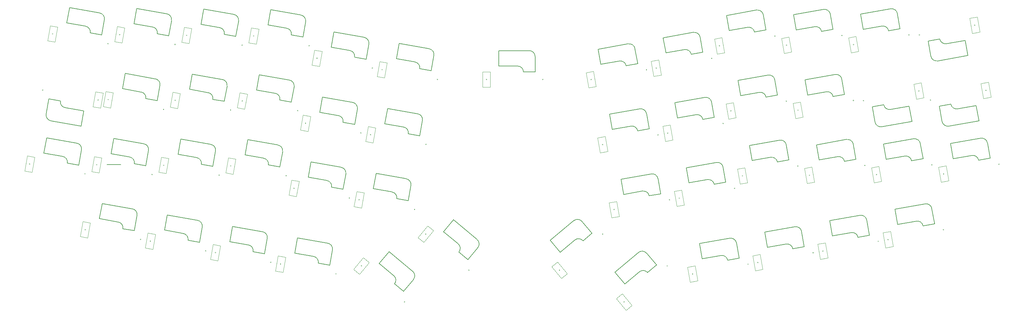
<source format=gbr>
G04 #@! TF.GenerationSoftware,KiCad,Pcbnew,(6.0.0-rc1-dev-1469-g932b9a334)*
G04 #@! TF.CreationDate,2019-09-07T17:34:57-07:00
G04 #@! TF.ProjectId,Laptreus-v2,4c617074-7265-4757-932d-76322e6b6963,rev?*
G04 #@! TF.SameCoordinates,Original*
G04 #@! TF.FileFunction,Other,Comment*
%FSLAX46Y46*%
G04 Gerber Fmt 4.6, Leading zero omitted, Abs format (unit mm)*
G04 Created by KiCad (PCBNEW (6.0.0-rc1-dev-1469-g932b9a334)) date Saturday, September 07, 2019 at 05:34:57 PM*
%MOMM*%
%LPD*%
G04 APERTURE LIST*
%ADD10C,0.150000*%
%ADD11C,0.100000*%
G04 APERTURE END LIST*
D10*
X115699647Y-119695053D02*
X119649647Y-119695055D01*
D11*
G04 #@! TO.C,SW2*
X346821466Y-82238659D02*
G75*
G03X346821466Y-82238659I-141422J0D01*
G01*
D10*
X338888151Y-79713342D02*
X333505311Y-80657405D01*
X340828565Y-81072034D02*
G75*
G03X338888151Y-79713342I-1649553J-290861D01*
G01*
X343363048Y-76096334D02*
G75*
G03X341422635Y-74737641I-1649553J-290860D01*
G01*
X341422635Y-74737640D02*
X332731706Y-76270086D01*
X332731706Y-76270086D02*
X333505311Y-80657405D01*
X343363048Y-76096334D02*
X344137519Y-80488578D01*
X344137519Y-80488578D02*
X340828565Y-81072034D01*
D11*
X329260844Y-83076195D02*
X331427421Y-82694169D01*
X331427421Y-82694169D02*
X332191473Y-87027323D01*
X332191473Y-87027323D02*
X330024896Y-87409349D01*
X330024896Y-87409349D02*
X329260844Y-83076195D01*
X330867579Y-85051759D02*
G75*
G03X330867579Y-85051759I-141420J0D01*
G01*
G04 #@! TO.C,SW8*
X192248008Y-91806413D02*
G75*
G03X192248008Y-91806413I-141422J0D01*
G01*
D10*
X185648311Y-86768407D02*
X180267207Y-85814496D01*
X187007003Y-88708821D02*
G75*
G03X185648311Y-86768407I-1649553J290861D01*
G01*
X191090428Y-84900037D02*
G75*
G03X189731737Y-82959622I-1649553J290862D01*
G01*
X189731737Y-82959621D02*
X181040808Y-81427177D01*
X181040808Y-81427177D02*
X180267207Y-85814496D01*
X191090428Y-84900037D02*
X190315957Y-89292281D01*
X190315957Y-89292281D02*
X187007003Y-88708821D01*
D11*
X175451438Y-86635723D02*
X177618015Y-87017749D01*
X177618015Y-87017749D02*
X176853963Y-91350903D01*
X176853963Y-91350903D02*
X174687386Y-90968877D01*
X174687386Y-90968877D02*
X175451438Y-86635723D01*
X176294121Y-88993313D02*
G75*
G03X176294121Y-88993313I-141420J0D01*
G01*
G04 #@! TO.C,SW3*
X327509545Y-82419894D02*
G75*
G03X327509545Y-82419894I-141422J0D01*
G01*
D10*
X319576230Y-79894577D02*
X314193390Y-80838640D01*
X321516644Y-81253269D02*
G75*
G03X319576230Y-79894577I-1649553J-290861D01*
G01*
X324051127Y-76277569D02*
G75*
G03X322110714Y-74918876I-1649553J-290860D01*
G01*
X322110714Y-74918875D02*
X313419785Y-76451321D01*
X313419785Y-76451321D02*
X314193390Y-80838640D01*
X324051127Y-76277569D02*
X324825598Y-80669813D01*
X324825598Y-80669813D02*
X321516644Y-81253269D01*
D11*
X309948923Y-83257430D02*
X312115500Y-82875404D01*
X312115500Y-82875404D02*
X312879552Y-87208558D01*
X312879552Y-87208558D02*
X310712975Y-87590584D01*
X310712975Y-87590584D02*
X309948923Y-83257430D01*
X311555658Y-85232994D02*
G75*
G03X311555658Y-85232994I-141420J0D01*
G01*
G04 #@! TO.C,SW20*
X188940012Y-110566999D02*
G75*
G03X188940012Y-110566999I-141422J0D01*
G01*
D10*
X182340315Y-105528993D02*
X176959211Y-104575082D01*
X183699007Y-107469407D02*
G75*
G03X182340315Y-105528993I-1649553J290861D01*
G01*
X187782432Y-103660623D02*
G75*
G03X186423741Y-101720208I-1649553J290862D01*
G01*
X186423741Y-101720207D02*
X177732812Y-100187763D01*
X177732812Y-100187763D02*
X176959211Y-104575082D01*
X187782432Y-103660623D02*
X187007961Y-108052867D01*
X187007961Y-108052867D02*
X183699007Y-107469407D01*
D11*
X172143442Y-105396309D02*
X174310019Y-105778335D01*
X174310019Y-105778335D02*
X173545967Y-110111489D01*
X173545967Y-110111489D02*
X171379390Y-109729463D01*
X171379390Y-109729463D02*
X172143442Y-105396309D01*
X172986125Y-107753899D02*
G75*
G03X172986125Y-107753899I-141420J0D01*
G01*
G04 #@! TO.C,SW31*
X204392601Y-132635586D02*
G75*
G03X204392601Y-132635586I-141422J0D01*
G01*
D10*
X197792904Y-127597580D02*
X192411800Y-126643669D01*
X199151596Y-129537994D02*
G75*
G03X197792904Y-127597580I-1649553J290861D01*
G01*
X203235021Y-125729210D02*
G75*
G03X201876330Y-123788795I-1649553J290862D01*
G01*
X201876330Y-123788794D02*
X193185401Y-122256350D01*
X193185401Y-122256350D02*
X192411800Y-126643669D01*
X203235021Y-125729210D02*
X202460550Y-130121454D01*
X202460550Y-130121454D02*
X199151596Y-129537994D01*
D11*
X187596031Y-127464896D02*
X189762608Y-127846922D01*
X189762608Y-127846922D02*
X188998556Y-132180076D01*
X188998556Y-132180076D02*
X186831979Y-131798050D01*
X186831979Y-131798050D02*
X187596031Y-127464896D01*
X188438714Y-129822486D02*
G75*
G03X188438714Y-129822486I-141420J0D01*
G01*
G04 #@! TO.C,SW32*
X185632015Y-129327590D02*
G75*
G03X185632015Y-129327590I-141422J0D01*
G01*
D10*
X179032318Y-124289584D02*
X173651214Y-123335673D01*
X180391010Y-126229998D02*
G75*
G03X179032318Y-124289584I-1649553J290861D01*
G01*
X184474435Y-122421214D02*
G75*
G03X183115744Y-120480799I-1649553J290862D01*
G01*
X183115744Y-120480798D02*
X174424815Y-118948354D01*
X174424815Y-118948354D02*
X173651214Y-123335673D01*
X184474435Y-122421214D02*
X183699964Y-126813458D01*
X183699964Y-126813458D02*
X180391010Y-126229998D01*
D11*
X168835445Y-124156900D02*
X171002022Y-124538926D01*
X171002022Y-124538926D02*
X170237970Y-128872080D01*
X170237970Y-128872080D02*
X168071393Y-128490054D01*
X168071393Y-128490054D02*
X168835445Y-124156900D01*
X169678128Y-126514490D02*
G75*
G03X169678128Y-126514490I-141420J0D01*
G01*
G04 #@! TO.C,SW34*
X148110838Y-122711594D02*
G75*
G03X148110838Y-122711594I-141422J0D01*
G01*
D10*
X141511141Y-117673588D02*
X136130037Y-116719677D01*
X142869833Y-119614002D02*
G75*
G03X141511141Y-117673588I-1649553J290861D01*
G01*
X146953258Y-115805218D02*
G75*
G03X145594567Y-113864803I-1649553J290862D01*
G01*
X145594567Y-113864802D02*
X136903638Y-112332358D01*
X136903638Y-112332358D02*
X136130037Y-116719677D01*
X146953258Y-115805218D02*
X146178787Y-120197462D01*
X146178787Y-120197462D02*
X142869833Y-119614002D01*
D11*
X131314268Y-117540904D02*
X133480845Y-117922930D01*
X133480845Y-117922930D02*
X132716793Y-122256084D01*
X132716793Y-122256084D02*
X130550216Y-121874058D01*
X130550216Y-121874058D02*
X131314268Y-117540904D01*
X132156951Y-119898494D02*
G75*
G03X132156951Y-119898494I-141420J0D01*
G01*
G04 #@! TO.C,SW42*
X258585636Y-139747935D02*
G75*
G03X258585636Y-139747935I-141421J0D01*
G01*
D10*
X250433579Y-141456893D02*
X246243934Y-144965896D01*
X252793372Y-141663348D02*
G75*
G03X250433579Y-141456893I-1283124J-1076669D01*
G01*
X252500450Y-136087024D02*
G75*
G03X250140656Y-135880568I-1283125J-1076669D01*
G01*
X250140656Y-135880567D02*
X243380313Y-141553169D01*
X243380313Y-141553169D02*
X246243934Y-144965896D01*
X252500450Y-136087024D02*
X255367283Y-139503583D01*
X255367283Y-139503583D02*
X252793373Y-141663348D01*
D11*
X243777513Y-149182863D02*
X245462811Y-147768730D01*
X245462811Y-147768730D02*
X248291077Y-151139326D01*
X248291077Y-151139326D02*
X246605779Y-152553459D01*
X246605779Y-152553459D02*
X243777513Y-149182863D01*
X246175716Y-150161094D02*
G75*
G03X246175716Y-150161094I-141421J0D01*
G01*
G04 #@! TO.C,SW47*
X144251507Y-144598946D02*
G75*
G03X144251507Y-144598946I-141422J0D01*
G01*
D10*
X137651810Y-139560940D02*
X132270706Y-138607029D01*
X139010502Y-141501354D02*
G75*
G03X137651810Y-139560940I-1649553J290861D01*
G01*
X143093927Y-137692570D02*
G75*
G03X141735236Y-135752155I-1649553J290862D01*
G01*
X141735236Y-135752154D02*
X133044307Y-134219710D01*
X133044307Y-134219710D02*
X132270706Y-138607029D01*
X143093927Y-137692570D02*
X142319456Y-142084814D01*
X142319456Y-142084814D02*
X139010502Y-141501354D01*
D11*
X127454937Y-139428256D02*
X129621514Y-139810282D01*
X129621514Y-139810282D02*
X128857462Y-144143436D01*
X128857462Y-144143436D02*
X126690885Y-143761410D01*
X126690885Y-143761410D02*
X127454937Y-139428256D01*
X128297620Y-141785846D02*
G75*
G03X128297620Y-141785846I-141420J0D01*
G01*
G04 #@! TO.C,SW6*
X271227781Y-92343886D02*
G75*
G03X271227781Y-92343886I-141422J0D01*
G01*
D10*
X263294466Y-89818569D02*
X257911626Y-90762632D01*
X265234880Y-91177261D02*
G75*
G03X263294466Y-89818569I-1649553J-290861D01*
G01*
X267769363Y-86201561D02*
G75*
G03X265828950Y-84842868I-1649553J-290860D01*
G01*
X265828950Y-84842867D02*
X257138021Y-86375313D01*
X257138021Y-86375313D02*
X257911626Y-90762632D01*
X267769363Y-86201561D02*
X268543834Y-90593805D01*
X268543834Y-90593805D02*
X265234880Y-91177261D01*
D11*
X253667159Y-93181422D02*
X255833736Y-92799396D01*
X255833736Y-92799396D02*
X256597788Y-97132550D01*
X256597788Y-97132550D02*
X254431211Y-97514576D01*
X254431211Y-97514576D02*
X253667159Y-93181422D01*
X255273894Y-95156986D02*
G75*
G03X255273894Y-95156986I-141420J0D01*
G01*
G04 #@! TO.C,SW9*
X174038753Y-85371651D02*
G75*
G03X174038753Y-85371651I-141422J0D01*
G01*
D10*
X167439056Y-80333645D02*
X162057952Y-79379734D01*
X168797748Y-82274059D02*
G75*
G03X167439056Y-80333645I-1649553J290861D01*
G01*
X172881173Y-78465275D02*
G75*
G03X171522482Y-76524860I-1649553J290862D01*
G01*
X171522482Y-76524859D02*
X162831553Y-74992415D01*
X162831553Y-74992415D02*
X162057952Y-79379734D01*
X172881173Y-78465275D02*
X172106702Y-82857519D01*
X172106702Y-82857519D02*
X168797748Y-82274059D01*
D11*
X157242183Y-80200961D02*
X159408760Y-80582987D01*
X159408760Y-80582987D02*
X158644708Y-84916141D01*
X158644708Y-84916141D02*
X156478131Y-84534115D01*
X156478131Y-84534115D02*
X157242183Y-80200961D01*
X158084866Y-82558551D02*
G75*
G03X158084866Y-82558551I-141420J0D01*
G01*
G04 #@! TO.C,SW7*
X211008597Y-95114411D02*
G75*
G03X211008597Y-95114411I-141422J0D01*
G01*
D10*
X204408900Y-90076405D02*
X199027796Y-89122494D01*
X205767592Y-92016819D02*
G75*
G03X204408900Y-90076405I-1649553J290861D01*
G01*
X209851017Y-88208035D02*
G75*
G03X208492326Y-86267620I-1649553J290862D01*
G01*
X208492326Y-86267619D02*
X199801397Y-84735175D01*
X199801397Y-84735175D02*
X199027796Y-89122494D01*
X209851017Y-88208035D02*
X209076546Y-92600279D01*
X209076546Y-92600279D02*
X205767592Y-92016819D01*
D11*
X194212027Y-89943721D02*
X196378604Y-90325747D01*
X196378604Y-90325747D02*
X195614552Y-94658901D01*
X195614552Y-94658901D02*
X193447975Y-94276875D01*
X193447975Y-94276875D02*
X194212027Y-89943721D01*
X195054710Y-92301311D02*
G75*
G03X195054710Y-92301311I-141420J0D01*
G01*
G04 #@! TO.C,SW19*
X207700599Y-113874999D02*
G75*
G03X207700599Y-113874999I-141422J0D01*
G01*
D10*
X201100902Y-108836993D02*
X195719798Y-107883082D01*
X202459594Y-110777407D02*
G75*
G03X201100902Y-108836993I-1649553J290861D01*
G01*
X206543019Y-106968623D02*
G75*
G03X205184328Y-105028208I-1649553J290862D01*
G01*
X205184328Y-105028207D02*
X196493399Y-103495763D01*
X196493399Y-103495763D02*
X195719798Y-107883082D01*
X206543019Y-106968623D02*
X205768548Y-111360867D01*
X205768548Y-111360867D02*
X202459594Y-110777407D01*
D11*
X190904029Y-108704309D02*
X193070606Y-109086335D01*
X193070606Y-109086335D02*
X192306554Y-113419489D01*
X192306554Y-113419489D02*
X190139977Y-113037463D01*
X190139977Y-113037463D02*
X190904029Y-108704309D01*
X191746712Y-111061899D02*
G75*
G03X191746712Y-111061899I-141420J0D01*
G01*
G04 #@! TO.C,SW12*
X116092267Y-84781854D02*
G75*
G03X116092267Y-84781854I-141422J0D01*
G01*
D10*
X109492570Y-79743848D02*
X104111466Y-78789937D01*
X110851262Y-81684262D02*
G75*
G03X109492570Y-79743848I-1649553J290861D01*
G01*
X114934687Y-77875478D02*
G75*
G03X113575996Y-75935063I-1649553J290862D01*
G01*
X113575996Y-75935062D02*
X104885067Y-74402618D01*
X104885067Y-74402618D02*
X104111466Y-78789937D01*
X114934687Y-77875478D02*
X114160216Y-82267722D01*
X114160216Y-82267722D02*
X110851262Y-81684262D01*
D11*
X99295697Y-79611164D02*
X101462274Y-79993190D01*
X101462274Y-79993190D02*
X100698222Y-84326344D01*
X100698222Y-84326344D02*
X98531645Y-83944318D01*
X98531645Y-83944318D02*
X99295697Y-79611164D01*
X100138380Y-81968754D02*
G75*
G03X100138380Y-81968754I-141420J0D01*
G01*
G04 #@! TO.C,SW5*
X289988370Y-89035887D02*
G75*
G03X289988370Y-89035887I-141422J0D01*
G01*
D10*
X282055055Y-86510570D02*
X276672215Y-87454633D01*
X283995469Y-87869262D02*
G75*
G03X282055055Y-86510570I-1649553J-290861D01*
G01*
X286529952Y-82893562D02*
G75*
G03X284589539Y-81534869I-1649553J-290860D01*
G01*
X284589539Y-81534868D02*
X275898610Y-83067314D01*
X275898610Y-83067314D02*
X276672215Y-87454633D01*
X286529952Y-82893562D02*
X287304423Y-87285806D01*
X287304423Y-87285806D02*
X283995469Y-87869262D01*
D11*
X272427748Y-89873423D02*
X274594325Y-89491397D01*
X274594325Y-89491397D02*
X275358377Y-93824551D01*
X275358377Y-93824551D02*
X273191800Y-94206577D01*
X273191800Y-94206577D02*
X272427748Y-89873423D01*
X274034483Y-91848987D02*
G75*
G03X274034483Y-91848987I-141420J0D01*
G01*
G04 #@! TO.C,SW10*
X154726834Y-85190417D02*
G75*
G03X154726834Y-85190417I-141422J0D01*
G01*
D10*
X148127137Y-80152411D02*
X142746033Y-79198500D01*
X149485829Y-82092825D02*
G75*
G03X148127137Y-80152411I-1649553J290861D01*
G01*
X153569254Y-78284041D02*
G75*
G03X152210563Y-76343626I-1649553J290862D01*
G01*
X152210563Y-76343625D02*
X143519634Y-74811181D01*
X143519634Y-74811181D02*
X142746033Y-79198500D01*
X153569254Y-78284041D02*
X152794783Y-82676285D01*
X152794783Y-82676285D02*
X149485829Y-82092825D01*
D11*
X137930264Y-80019727D02*
X140096841Y-80401753D01*
X140096841Y-80401753D02*
X139332789Y-84734907D01*
X139332789Y-84734907D02*
X137166212Y-84352881D01*
X137166212Y-84352881D02*
X137930264Y-80019727D01*
X138772947Y-82377317D02*
G75*
G03X138772947Y-82377317I-141420J0D01*
G01*
G04 #@! TO.C,SW13*
X353036014Y-101070614D02*
G75*
G03X353036014Y-101070614I-141422J0D01*
G01*
D10*
X360686485Y-103595931D02*
X366069325Y-102651868D01*
X358746071Y-102237239D02*
G75*
G03X360686485Y-103595931I1649553J290861D01*
G01*
X356211588Y-107212939D02*
G75*
G03X358152001Y-108571632I1649553J290860D01*
G01*
X358152001Y-108571633D02*
X366842930Y-107039187D01*
X366842930Y-107039187D02*
X366069325Y-102651868D01*
X356211588Y-107212939D02*
X355437117Y-102820695D01*
X355437117Y-102820695D02*
X358746071Y-102237239D01*
D11*
X370313792Y-100233078D02*
X368147215Y-100615104D01*
X368147215Y-100615104D02*
X367383163Y-96281950D01*
X367383163Y-96281950D02*
X369549740Y-95899924D01*
X369549740Y-95899924D02*
X370313792Y-100233078D01*
X368989897Y-98257514D02*
G75*
G03X368989897Y-98257514I-141420J0D01*
G01*
G04 #@! TO.C,SW16*
X311505622Y-101361713D02*
G75*
G03X311505622Y-101361713I-141422J0D01*
G01*
D10*
X303572307Y-98836396D02*
X298189467Y-99780459D01*
X305512721Y-100195088D02*
G75*
G03X303572307Y-98836396I-1649553J-290861D01*
G01*
X308047204Y-95219388D02*
G75*
G03X306106791Y-93860695I-1649553J-290860D01*
G01*
X306106791Y-93860694D02*
X297415862Y-95393140D01*
X297415862Y-95393140D02*
X298189467Y-99780459D01*
X308047204Y-95219388D02*
X308821675Y-99611632D01*
X308821675Y-99611632D02*
X305512721Y-100195088D01*
D11*
X293945000Y-102199249D02*
X296111577Y-101817223D01*
X296111577Y-101817223D02*
X296875629Y-106150377D01*
X296875629Y-106150377D02*
X294709052Y-106532403D01*
X294709052Y-106532403D02*
X293945000Y-102199249D01*
X295551735Y-104174813D02*
G75*
G03X295551735Y-104174813I-141420J0D01*
G01*
G04 #@! TO.C,SW17*
X293296366Y-107796475D02*
G75*
G03X293296366Y-107796475I-141422J0D01*
G01*
D10*
X285363051Y-105271158D02*
X279980211Y-106215221D01*
X287303465Y-106629850D02*
G75*
G03X285363051Y-105271158I-1649553J-290861D01*
G01*
X289837948Y-101654150D02*
G75*
G03X287897535Y-100295457I-1649553J-290860D01*
G01*
X287897535Y-100295456D02*
X279206606Y-101827902D01*
X279206606Y-101827902D02*
X279980211Y-106215221D01*
X289837948Y-101654150D02*
X290612419Y-106046394D01*
X290612419Y-106046394D02*
X287303465Y-106629850D01*
D11*
X275735744Y-108634011D02*
X277902321Y-108251985D01*
X277902321Y-108251985D02*
X278666373Y-112585139D01*
X278666373Y-112585139D02*
X276499796Y-112967165D01*
X276499796Y-112967165D02*
X275735744Y-108634011D01*
X277342479Y-110609575D02*
G75*
G03X277342479Y-110609575I-141420J0D01*
G01*
G04 #@! TO.C,SW21*
X170730756Y-104132238D02*
G75*
G03X170730756Y-104132238I-141422J0D01*
G01*
D10*
X164131059Y-99094232D02*
X158749955Y-98140321D01*
X165489751Y-101034646D02*
G75*
G03X164131059Y-99094232I-1649553J290861D01*
G01*
X169573176Y-97225862D02*
G75*
G03X168214485Y-95285447I-1649553J290862D01*
G01*
X168214485Y-95285446D02*
X159523556Y-93753002D01*
X159523556Y-93753002D02*
X158749955Y-98140321D01*
X169573176Y-97225862D02*
X168798705Y-101618106D01*
X168798705Y-101618106D02*
X165489751Y-101034646D01*
D11*
X153934186Y-98961548D02*
X156100763Y-99343574D01*
X156100763Y-99343574D02*
X155336711Y-103676728D01*
X155336711Y-103676728D02*
X153170134Y-103294702D01*
X153170134Y-103294702D02*
X153934186Y-98961548D01*
X154776869Y-101319138D02*
G75*
G03X154776869Y-101319138I-141420J0D01*
G01*
G04 #@! TO.C,SW18*
X274535779Y-111104475D02*
G75*
G03X274535779Y-111104475I-141422J0D01*
G01*
D10*
X266602464Y-108579158D02*
X261219624Y-109523221D01*
X268542878Y-109937850D02*
G75*
G03X266602464Y-108579158I-1649553J-290861D01*
G01*
X271077361Y-104962150D02*
G75*
G03X269136948Y-103603457I-1649553J-290860D01*
G01*
X269136948Y-103603456D02*
X260446019Y-105135902D01*
X260446019Y-105135902D02*
X261219624Y-109523221D01*
X271077361Y-104962150D02*
X271851832Y-109354394D01*
X271851832Y-109354394D02*
X268542878Y-109937850D01*
D11*
X256975157Y-111942011D02*
X259141734Y-111559985D01*
X259141734Y-111559985D02*
X259905786Y-115893139D01*
X259905786Y-115893139D02*
X257739209Y-116275165D01*
X257739209Y-116275165D02*
X256975157Y-111942011D01*
X258581892Y-113917575D02*
G75*
G03X258581892Y-113917575I-141420J0D01*
G01*
G04 #@! TO.C,SW22*
X151418838Y-103951003D02*
G75*
G03X151418838Y-103951003I-141422J0D01*
G01*
D10*
X144819141Y-98912997D02*
X139438037Y-97959086D01*
X146177833Y-100853411D02*
G75*
G03X144819141Y-98912997I-1649553J290861D01*
G01*
X150261258Y-97044627D02*
G75*
G03X148902567Y-95104212I-1649553J290862D01*
G01*
X148902567Y-95104211D02*
X140211638Y-93571767D01*
X140211638Y-93571767D02*
X139438037Y-97959086D01*
X150261258Y-97044627D02*
X149486787Y-101436871D01*
X149486787Y-101436871D02*
X146177833Y-100853411D01*
D11*
X134622268Y-98780313D02*
X136788845Y-99162339D01*
X136788845Y-99162339D02*
X136024793Y-103495493D01*
X136024793Y-103495493D02*
X133858216Y-103113467D01*
X133858216Y-103113467D02*
X134622268Y-98780313D01*
X135464951Y-101137903D02*
G75*
G03X135464951Y-101137903I-141420J0D01*
G01*
G04 #@! TO.C,SW29*
X296604366Y-126557063D02*
G75*
G03X296604366Y-126557063I-141422J0D01*
G01*
D10*
X288671051Y-124031746D02*
X283288211Y-124975809D01*
X290611465Y-125390438D02*
G75*
G03X288671051Y-124031746I-1649553J-290861D01*
G01*
X293145948Y-120414738D02*
G75*
G03X291205535Y-119056045I-1649553J-290860D01*
G01*
X291205535Y-119056044D02*
X282514606Y-120588490D01*
X282514606Y-120588490D02*
X283288211Y-124975809D01*
X293145948Y-120414738D02*
X293920419Y-124806982D01*
X293920419Y-124806982D02*
X290611465Y-125390438D01*
D11*
X279043744Y-127394599D02*
X281210321Y-127012573D01*
X281210321Y-127012573D02*
X281974373Y-131345727D01*
X281974373Y-131345727D02*
X279807796Y-131727753D01*
X279807796Y-131727753D02*
X279043744Y-127394599D01*
X280650479Y-129370163D02*
G75*
G03X280650479Y-129370163I-141420J0D01*
G01*
G04 #@! TO.C,SW33*
X167422757Y-122892827D02*
G75*
G03X167422757Y-122892827I-141422J0D01*
G01*
D10*
X160823060Y-117854821D02*
X155441956Y-116900910D01*
X162181752Y-119795235D02*
G75*
G03X160823060Y-117854821I-1649553J290861D01*
G01*
X166265177Y-115986451D02*
G75*
G03X164906486Y-114046036I-1649553J290862D01*
G01*
X164906486Y-114046035D02*
X156215557Y-112513591D01*
X156215557Y-112513591D02*
X155441956Y-116900910D01*
X166265177Y-115986451D02*
X165490706Y-120378695D01*
X165490706Y-120378695D02*
X162181752Y-119795235D01*
D11*
X150626187Y-117722137D02*
X152792764Y-118104163D01*
X152792764Y-118104163D02*
X152028712Y-122437317D01*
X152028712Y-122437317D02*
X149862135Y-122055291D01*
X149862135Y-122055291D02*
X150626187Y-117722137D01*
X151468870Y-120079727D02*
G75*
G03X151468870Y-120079727I-141420J0D01*
G01*
G04 #@! TO.C,SW37*
X356745458Y-138520423D02*
G75*
G03X356745458Y-138520423I-141422J0D01*
G01*
D10*
X348812143Y-135995106D02*
X343429303Y-136939169D01*
X350752557Y-137353798D02*
G75*
G03X348812143Y-135995106I-1649553J-290861D01*
G01*
X353287040Y-132378098D02*
G75*
G03X351346627Y-131019405I-1649553J-290860D01*
G01*
X351346627Y-131019404D02*
X342655698Y-132551850D01*
X342655698Y-132551850D02*
X343429303Y-136939169D01*
X353287040Y-132378098D02*
X354061511Y-136770342D01*
X354061511Y-136770342D02*
X350752557Y-137353798D01*
D11*
X339184836Y-139357959D02*
X341351413Y-138975933D01*
X341351413Y-138975933D02*
X342115465Y-143309087D01*
X342115465Y-143309087D02*
X339948888Y-143691113D01*
X339948888Y-143691113D02*
X339184836Y-139357959D01*
X340791571Y-141333523D02*
G75*
G03X340791571Y-141333523I-141420J0D01*
G01*
G04 #@! TO.C,SW39*
X319224285Y-145136417D02*
G75*
G03X319224285Y-145136417I-141422J0D01*
G01*
D10*
X311290970Y-142611100D02*
X305908130Y-143555163D01*
X313231384Y-143969792D02*
G75*
G03X311290970Y-142611100I-1649553J-290861D01*
G01*
X315765867Y-138994092D02*
G75*
G03X313825454Y-137635399I-1649553J-290860D01*
G01*
X313825454Y-137635398D02*
X305134525Y-139167844D01*
X305134525Y-139167844D02*
X305908130Y-143555163D01*
X315765867Y-138994092D02*
X316540338Y-143386336D01*
X316540338Y-143386336D02*
X313231384Y-143969792D01*
D11*
X301663663Y-145973953D02*
X303830240Y-145591927D01*
X303830240Y-145591927D02*
X304594292Y-149925081D01*
X304594292Y-149925081D02*
X302427715Y-150307107D01*
X302427715Y-150307107D02*
X301663663Y-145973953D01*
X303270398Y-147949517D02*
G75*
G03X303270398Y-147949517I-141420J0D01*
G01*
G04 #@! TO.C,SW46*
X163012096Y-147906943D02*
G75*
G03X163012096Y-147906943I-141422J0D01*
G01*
D10*
X156412399Y-142868937D02*
X151031295Y-141915026D01*
X157771091Y-144809351D02*
G75*
G03X156412399Y-142868937I-1649553J290861D01*
G01*
X161854516Y-141000567D02*
G75*
G03X160495825Y-139060152I-1649553J290862D01*
G01*
X160495825Y-139060151D02*
X151804896Y-137527707D01*
X151804896Y-137527707D02*
X151031295Y-141915026D01*
X161854516Y-141000567D02*
X161080045Y-145392811D01*
X161080045Y-145392811D02*
X157771091Y-144809351D01*
D11*
X146215526Y-142736253D02*
X148382103Y-143118279D01*
X148382103Y-143118279D02*
X147618051Y-147451433D01*
X147618051Y-147451433D02*
X145451474Y-147069407D01*
X145451474Y-147069407D02*
X146215526Y-142736253D01*
X147058209Y-145093843D02*
G75*
G03X147058209Y-145093843I-141420J0D01*
G01*
G04 #@! TO.C,SW41*
X277181872Y-148923141D02*
G75*
G03X277181872Y-148923141I-141421J0D01*
G01*
D10*
X269029815Y-150632099D02*
X264840170Y-154141102D01*
X271389608Y-150838554D02*
G75*
G03X269029815Y-150632099I-1283124J-1076669D01*
G01*
X271096686Y-145262230D02*
G75*
G03X268736892Y-145055774I-1283125J-1076669D01*
G01*
X268736892Y-145055773D02*
X261976549Y-150728375D01*
X261976549Y-150728375D02*
X264840170Y-154141102D01*
X271096686Y-145262230D02*
X273963519Y-148678789D01*
X273963519Y-148678789D02*
X271389609Y-150838554D01*
D11*
X262373749Y-158358069D02*
X264059047Y-156943936D01*
X264059047Y-156943936D02*
X266887313Y-160314532D01*
X266887313Y-160314532D02*
X265202015Y-161728665D01*
X265202015Y-161728665D02*
X262373749Y-158358069D01*
X264771952Y-159336300D02*
G75*
G03X264771952Y-159336300I-141421J0D01*
G01*
G04 #@! TO.C,SW26*
X353437461Y-119759835D02*
G75*
G03X353437461Y-119759835I-141422J0D01*
G01*
D10*
X345504146Y-117234518D02*
X340121306Y-118178581D01*
X347444560Y-118593210D02*
G75*
G03X345504146Y-117234518I-1649553J-290861D01*
G01*
X349979043Y-113617510D02*
G75*
G03X348038630Y-112258817I-1649553J-290860D01*
G01*
X348038630Y-112258816D02*
X339347701Y-113791262D01*
X339347701Y-113791262D02*
X340121306Y-118178581D01*
X349979043Y-113617510D02*
X350753514Y-118009754D01*
X350753514Y-118009754D02*
X347444560Y-118593210D01*
D11*
X335876839Y-120597371D02*
X338043416Y-120215345D01*
X338043416Y-120215345D02*
X338807468Y-124548499D01*
X338807468Y-124548499D02*
X336640891Y-124930525D01*
X336640891Y-124930525D02*
X335876839Y-120597371D01*
X337483574Y-122572935D02*
G75*
G03X337483574Y-122572935I-141420J0D01*
G01*
G04 #@! TO.C,SW27*
X334125541Y-119941067D02*
G75*
G03X334125541Y-119941067I-141422J0D01*
G01*
D10*
X326192226Y-117415750D02*
X320809386Y-118359813D01*
X328132640Y-118774442D02*
G75*
G03X326192226Y-117415750I-1649553J-290861D01*
G01*
X330667123Y-113798742D02*
G75*
G03X328726710Y-112440049I-1649553J-290860D01*
G01*
X328726710Y-112440048D02*
X320035781Y-113972494D01*
X320035781Y-113972494D02*
X320809386Y-118359813D01*
X330667123Y-113798742D02*
X331441594Y-118190986D01*
X331441594Y-118190986D02*
X328132640Y-118774442D01*
D11*
X316564919Y-120778603D02*
X318731496Y-120396577D01*
X318731496Y-120396577D02*
X319495548Y-124729731D01*
X319495548Y-124729731D02*
X317328971Y-125111757D01*
X317328971Y-125111757D02*
X316564919Y-120778603D01*
X318171654Y-122754167D02*
G75*
G03X318171654Y-122754167I-141420J0D01*
G01*
G04 #@! TO.C,SW28*
X314813621Y-120122300D02*
G75*
G03X314813621Y-120122300I-141422J0D01*
G01*
D10*
X306880306Y-117596983D02*
X301497466Y-118541046D01*
X308820720Y-118955675D02*
G75*
G03X306880306Y-117596983I-1649553J-290861D01*
G01*
X311355203Y-113979975D02*
G75*
G03X309414790Y-112621282I-1649553J-290860D01*
G01*
X309414790Y-112621281D02*
X300723861Y-114153727D01*
X300723861Y-114153727D02*
X301497466Y-118541046D01*
X311355203Y-113979975D02*
X312129674Y-118372219D01*
X312129674Y-118372219D02*
X308820720Y-118955675D01*
D11*
X297252999Y-120959836D02*
X299419576Y-120577810D01*
X299419576Y-120577810D02*
X300183628Y-124910964D01*
X300183628Y-124910964D02*
X298017051Y-125292990D01*
X298017051Y-125292990D02*
X297252999Y-120959836D01*
X298859734Y-122935400D02*
G75*
G03X298859734Y-122935400I-141420J0D01*
G01*
G04 #@! TO.C,SW30*
X277843776Y-129865060D02*
G75*
G03X277843776Y-129865060I-141422J0D01*
G01*
D10*
X269910461Y-127339743D02*
X264527621Y-128283806D01*
X271850875Y-128698435D02*
G75*
G03X269910461Y-127339743I-1649553J-290861D01*
G01*
X274385358Y-123722735D02*
G75*
G03X272444945Y-122364042I-1649553J-290860D01*
G01*
X272444945Y-122364041D02*
X263754016Y-123896487D01*
X263754016Y-123896487D02*
X264527621Y-128283806D01*
X274385358Y-123722735D02*
X275159829Y-128114979D01*
X275159829Y-128114979D02*
X271850875Y-128698435D01*
D11*
X260283154Y-130702596D02*
X262449731Y-130320570D01*
X262449731Y-130320570D02*
X263213783Y-134653724D01*
X263213783Y-134653724D02*
X261047206Y-135035750D01*
X261047206Y-135035750D02*
X260283154Y-130702596D01*
X261889889Y-132678160D02*
G75*
G03X261889889Y-132678160I-141420J0D01*
G01*
G04 #@! TO.C,SW38*
X337984872Y-141828420D02*
G75*
G03X337984872Y-141828420I-141422J0D01*
G01*
D10*
X330051557Y-139303103D02*
X324668717Y-140247166D01*
X331991971Y-140661795D02*
G75*
G03X330051557Y-139303103I-1649553J-290861D01*
G01*
X334526454Y-135686095D02*
G75*
G03X332586041Y-134327402I-1649553J-290860D01*
G01*
X332586041Y-134327401D02*
X323895112Y-135859847D01*
X323895112Y-135859847D02*
X324668717Y-140247166D01*
X334526454Y-135686095D02*
X335300925Y-140078339D01*
X335300925Y-140078339D02*
X331991971Y-140661795D01*
D11*
X320424250Y-142665956D02*
X322590827Y-142283930D01*
X322590827Y-142283930D02*
X323354879Y-146617084D01*
X323354879Y-146617084D02*
X321188302Y-146999110D01*
X321188302Y-146999110D02*
X320424250Y-142665956D01*
X322030985Y-144641520D02*
G75*
G03X322030985Y-144641520I-141420J0D01*
G01*
G04 #@! TO.C,SW45*
X181772681Y-151214942D02*
G75*
G03X181772681Y-151214942I-141422J0D01*
G01*
D10*
X175172984Y-146176936D02*
X169791880Y-145223025D01*
X176531676Y-148117350D02*
G75*
G03X175172984Y-146176936I-1649553J290861D01*
G01*
X180615101Y-144308566D02*
G75*
G03X179256410Y-142368151I-1649553J290862D01*
G01*
X179256410Y-142368150D02*
X170565481Y-140835706D01*
X170565481Y-140835706D02*
X169791880Y-145223025D01*
X180615101Y-144308566D02*
X179840630Y-148700810D01*
X179840630Y-148700810D02*
X176531676Y-148117350D01*
D11*
X164976111Y-146044252D02*
X167142688Y-146426278D01*
X167142688Y-146426278D02*
X166378636Y-150759432D01*
X166378636Y-150759432D02*
X164212059Y-150377406D01*
X164212059Y-150377406D02*
X164976111Y-146044252D01*
X165818794Y-148401842D02*
G75*
G03X165818794Y-148401842I-141420J0D01*
G01*
G04 #@! TO.C,SW43*
X220054517Y-150160435D02*
G75*
G03X220054517Y-150160435I-141421J0D01*
G01*
D10*
X216839069Y-142568256D02*
X212655852Y-139051593D01*
X217045525Y-144928050D02*
G75*
G03X216839069Y-142568256I-1283125J1076669D01*
G01*
X222486266Y-143671259D02*
G75*
G03X222279812Y-141311465I-1283124J1076670D01*
G01*
X222279812Y-141311464D02*
X215519469Y-135638864D01*
X215519469Y-135638864D02*
X212655852Y-139051593D01*
X222486266Y-143671259D02*
X219619432Y-147087818D01*
X219619432Y-147087818D02*
X217045524Y-144928050D01*
D11*
X208074660Y-137354912D02*
X209759958Y-138769045D01*
X209759958Y-138769045D02*
X206931692Y-142139640D01*
X206931692Y-142139640D02*
X205246394Y-140725508D01*
X205246394Y-140725508D02*
X208074660Y-137354912D01*
X207644597Y-139747276D02*
G75*
G03X207644597Y-139747276I-141421J0D01*
G01*
G04 #@! TO.C,SW35*
X128798919Y-122530361D02*
G75*
G03X128798919Y-122530361I-141422J0D01*
G01*
D10*
X122199222Y-117492355D02*
X116818118Y-116538444D01*
X123557914Y-119432769D02*
G75*
G03X122199222Y-117492355I-1649553J290861D01*
G01*
X127641339Y-115623985D02*
G75*
G03X126282648Y-113683570I-1649553J290862D01*
G01*
X126282648Y-113683569D02*
X117591719Y-112151125D01*
X117591719Y-112151125D02*
X116818118Y-116538444D01*
X127641339Y-115623985D02*
X126866868Y-120016229D01*
X126866868Y-120016229D02*
X123557914Y-119432769D01*
D11*
X112002349Y-117359671D02*
X114168926Y-117741697D01*
X114168926Y-117741697D02*
X113404874Y-122074851D01*
X113404874Y-122074851D02*
X111238297Y-121692825D01*
X111238297Y-121692825D02*
X112002349Y-117359671D01*
X112845032Y-119717261D02*
G75*
G03X112845032Y-119717261I-141420J0D01*
G01*
G04 #@! TO.C,SW48*
X125490919Y-141290947D02*
G75*
G03X125490919Y-141290947I-141422J0D01*
G01*
D10*
X118891222Y-136252941D02*
X113510118Y-135299030D01*
X120249914Y-138193355D02*
G75*
G03X118891222Y-136252941I-1649553J290861D01*
G01*
X124333339Y-134384571D02*
G75*
G03X122974648Y-132444156I-1649553J290862D01*
G01*
X122974648Y-132444155D02*
X114283719Y-130911711D01*
X114283719Y-130911711D02*
X113510118Y-135299030D01*
X124333339Y-134384571D02*
X123558868Y-138776815D01*
X123558868Y-138776815D02*
X120249914Y-138193355D01*
D11*
X108694349Y-136120257D02*
X110860926Y-136502283D01*
X110860926Y-136502283D02*
X110096874Y-140835437D01*
X110096874Y-140835437D02*
X107930297Y-140453411D01*
X107930297Y-140453411D02*
X108694349Y-136120257D01*
X109537032Y-138477847D02*
G75*
G03X109537032Y-138477847I-141420J0D01*
G01*
G04 #@! TO.C,SW11*
X135414913Y-85009186D02*
G75*
G03X135414913Y-85009186I-141422J0D01*
G01*
D10*
X128815216Y-79971180D02*
X123434112Y-79017269D01*
X130173908Y-81911594D02*
G75*
G03X128815216Y-79971180I-1649553J290861D01*
G01*
X134257333Y-78102810D02*
G75*
G03X132898642Y-76162395I-1649553J290862D01*
G01*
X132898642Y-76162394D02*
X124207713Y-74629950D01*
X124207713Y-74629950D02*
X123434112Y-79017269D01*
X134257333Y-78102810D02*
X133482862Y-82495054D01*
X133482862Y-82495054D02*
X130173908Y-81911594D01*
D11*
X118618343Y-79838496D02*
X120784920Y-80220522D01*
X120784920Y-80220522D02*
X120020868Y-84553676D01*
X120020868Y-84553676D02*
X117854291Y-84171650D01*
X117854291Y-84171650D02*
X118618343Y-79838496D01*
X119461026Y-82196086D02*
G75*
G03X119461026Y-82196086I-141420J0D01*
G01*
G04 #@! TO.C,SW4*
X308197623Y-82601125D02*
G75*
G03X308197623Y-82601125I-141422J0D01*
G01*
D10*
X300264308Y-80075808D02*
X294881468Y-81019871D01*
X302204722Y-81434500D02*
G75*
G03X300264308Y-80075808I-1649553J-290861D01*
G01*
X304739205Y-76458800D02*
G75*
G03X302798792Y-75100107I-1649553J-290860D01*
G01*
X302798792Y-75100106D02*
X294107863Y-76632552D01*
X294107863Y-76632552D02*
X294881468Y-81019871D01*
X304739205Y-76458800D02*
X305513676Y-80851044D01*
X305513676Y-80851044D02*
X302204722Y-81434500D01*
D11*
X290637001Y-83438661D02*
X292803578Y-83056635D01*
X292803578Y-83056635D02*
X293567630Y-87389789D01*
X293567630Y-87389789D02*
X291401053Y-87771815D01*
X291401053Y-87771815D02*
X290637001Y-83438661D01*
X292243736Y-85414225D02*
G75*
G03X292243736Y-85414225I-141420J0D01*
G01*
G04 #@! TO.C,SW15*
X330817543Y-101180478D02*
G75*
G03X330817543Y-101180478I-141422J0D01*
G01*
D10*
X322884228Y-98655161D02*
X317501388Y-99599224D01*
X324824642Y-100013853D02*
G75*
G03X322884228Y-98655161I-1649553J-290861D01*
G01*
X327359125Y-95038153D02*
G75*
G03X325418712Y-93679460I-1649553J-290860D01*
G01*
X325418712Y-93679459D02*
X316727783Y-95211905D01*
X316727783Y-95211905D02*
X317501388Y-99599224D01*
X327359125Y-95038153D02*
X328133596Y-99430397D01*
X328133596Y-99430397D02*
X324824642Y-100013853D01*
D11*
X313256921Y-102018014D02*
X315423498Y-101635988D01*
X315423498Y-101635988D02*
X316187550Y-105969142D01*
X316187550Y-105969142D02*
X314020973Y-106351168D01*
X314020973Y-106351168D02*
X313256921Y-102018014D01*
X314863656Y-103993578D02*
G75*
G03X314863656Y-103993578I-141420J0D01*
G01*
G04 #@! TO.C,SW40*
X300463697Y-148444415D02*
G75*
G03X300463697Y-148444415I-141422J0D01*
G01*
D10*
X292530382Y-145919098D02*
X287147542Y-146863161D01*
X294470796Y-147277790D02*
G75*
G03X292530382Y-145919098I-1649553J-290861D01*
G01*
X297005279Y-142302090D02*
G75*
G03X295064866Y-140943397I-1649553J-290860D01*
G01*
X295064866Y-140943396D02*
X286373937Y-142475842D01*
X286373937Y-142475842D02*
X287147542Y-146863161D01*
X297005279Y-142302090D02*
X297779750Y-146694334D01*
X297779750Y-146694334D02*
X294470796Y-147277790D01*
D11*
X282903075Y-149281951D02*
X285069652Y-148899925D01*
X285069652Y-148899925D02*
X285833704Y-153233079D01*
X285833704Y-153233079D02*
X283667127Y-153615105D01*
X283667127Y-153615105D02*
X282903075Y-149281951D01*
X284509810Y-151257515D02*
G75*
G03X284509810Y-151257515I-141420J0D01*
G01*
G04 #@! TO.C,SW44*
X201510617Y-159334282D02*
G75*
G03X201510617Y-159334282I-141421J0D01*
G01*
D10*
X198295169Y-151742103D02*
X194111952Y-148225440D01*
X198501625Y-154101897D02*
G75*
G03X198295169Y-151742103I-1283125J1076669D01*
G01*
X203942366Y-152845106D02*
G75*
G03X203735912Y-150485312I-1283124J1076670D01*
G01*
X203735912Y-150485311D02*
X196975569Y-144812711D01*
X196975569Y-144812711D02*
X194111952Y-148225440D01*
X203942366Y-152845106D02*
X201075532Y-156261665D01*
X201075532Y-156261665D02*
X198501624Y-154101897D01*
D11*
X189530760Y-146528759D02*
X191216058Y-147942892D01*
X191216058Y-147942892D02*
X188387792Y-151313487D01*
X188387792Y-151313487D02*
X186702494Y-149899355D01*
X186702494Y-149899355D02*
X189530760Y-146528759D01*
X189100697Y-148921123D02*
G75*
G03X189100697Y-148921123I-141421J0D01*
G01*
G04 #@! TO.C,SW1*
X349828014Y-82260027D02*
G75*
G03X349828014Y-82260027I-141422J0D01*
G01*
D10*
X357478485Y-84785344D02*
X362861325Y-83841280D01*
X355538071Y-83426652D02*
G75*
G03X357478485Y-84785344I1649553J290861D01*
G01*
X353003588Y-88402352D02*
G75*
G03X354944001Y-89761045I1649553J290860D01*
G01*
X354944001Y-89761046D02*
X363634930Y-88228600D01*
X363634930Y-88228600D02*
X362861325Y-83841280D01*
X353003588Y-88402353D02*
X352229117Y-84010108D01*
X352229117Y-84010108D02*
X355538071Y-83426652D01*
D11*
X367105792Y-81422491D02*
X364939215Y-81804517D01*
X364939215Y-81804517D02*
X364175163Y-77471363D01*
X364175163Y-77471363D02*
X366341740Y-77089337D01*
X366341740Y-77089337D02*
X367105792Y-81422491D01*
X365781897Y-79446927D02*
G75*
G03X365781897Y-79446927I-141420J0D01*
G01*
G04 #@! TO.C,SW_RESET2*
X241341066Y-95095051D02*
G75*
G03X241341066Y-95095051I-141421J0D01*
G01*
D10*
X233964645Y-91255051D02*
X228499647Y-91250052D01*
X235639645Y-92930051D02*
G75*
G03X233964645Y-91255051I-1675000J0D01*
G01*
X238999645Y-88470052D02*
G75*
G03X237324646Y-86795051I-1675000J1D01*
G01*
X237324646Y-86795050D02*
X228499645Y-86795051D01*
X228499645Y-86795051D02*
X228499647Y-91250052D01*
X238999645Y-88470051D02*
X238999645Y-92930053D01*
X238999645Y-92930053D02*
X235639645Y-92930051D01*
D11*
X223899645Y-92895051D02*
X226099645Y-92895051D01*
X226099645Y-92895051D02*
X226099645Y-97295051D01*
X226099645Y-97295051D02*
X223899645Y-97295051D01*
X223899645Y-97295051D02*
X223899645Y-92895051D01*
X225141066Y-95095051D02*
G75*
G03X225141066Y-95095051I-141421J0D01*
G01*
G04 #@! TO.C,SW25*
X356795498Y-122391702D02*
G75*
G03X356795498Y-122391702I-141420J0D01*
G01*
X355952815Y-124749292D02*
X355188763Y-120416138D01*
X358119392Y-124367266D02*
X355952815Y-124749292D01*
X357355340Y-120034112D02*
X358119392Y-124367266D01*
X355188763Y-120416138D02*
X357355340Y-120034112D01*
D10*
X370065438Y-117828521D02*
X366756484Y-118411977D01*
X369290967Y-113436276D02*
X370065438Y-117828521D01*
X358659625Y-113610029D02*
X359433230Y-117997349D01*
X367350554Y-112077583D02*
X358659625Y-113610029D01*
X369290967Y-113436277D02*
G75*
G03X367350554Y-112077584I-1649553J-290860D01*
G01*
X366756484Y-118411977D02*
G75*
G03X364816070Y-117053285I-1649553J-290861D01*
G01*
X364816070Y-117053285D02*
X359433230Y-117997349D01*
D11*
X372749385Y-119578602D02*
G75*
G03X372749385Y-119578602I-141422J0D01*
G01*
G04 #@! TO.C,SW14*
X349677975Y-98438746D02*
G75*
G03X349677975Y-98438746I-141420J0D01*
G01*
X350237818Y-96081156D02*
X351001870Y-100414310D01*
X348071241Y-96463182D02*
X350237818Y-96081156D01*
X348835293Y-100796336D02*
X348071241Y-96463182D01*
X351001870Y-100414310D02*
X348835293Y-100796336D01*
D10*
X336125195Y-103001927D02*
X339434149Y-102418471D01*
X336899666Y-107394172D02*
X336125195Y-103001927D01*
X347531008Y-107220419D02*
X346757403Y-102833099D01*
X338840079Y-108752865D02*
X347531008Y-107220419D01*
X336899666Y-107394171D02*
G75*
G03X338840079Y-108752864I1649553J290860D01*
G01*
X339434149Y-102418471D02*
G75*
G03X341374563Y-103777163I1649553J290861D01*
G01*
X341374563Y-103777163D02*
X346757403Y-102833099D01*
D11*
X333724092Y-101251846D02*
G75*
G03X333724092Y-101251846I-141422J0D01*
G01*
G04 #@! TO.C,SW23*
X116153029Y-100956673D02*
G75*
G03X116153029Y-100956673I-141420J0D01*
G01*
X114546294Y-102932237D02*
X115310346Y-98599083D01*
X116712871Y-103314263D02*
X114546294Y-102932237D01*
X117476923Y-98981109D02*
X116712871Y-103314263D01*
X115310346Y-98599083D02*
X117476923Y-98981109D01*
D10*
X130174865Y-101255641D02*
X126865911Y-100672181D01*
X130949336Y-96863396D02*
X130174865Y-101255641D01*
X120899716Y-93390537D02*
X120126115Y-97777857D01*
X129590645Y-94922981D02*
X120899716Y-93390537D01*
X130949336Y-96863397D02*
G75*
G03X129590645Y-94922982I-1649553J290862D01*
G01*
X126865911Y-100672181D02*
G75*
G03X125507219Y-98731767I-1649553J290861D01*
G01*
X125507219Y-98731767D02*
X120126115Y-97777857D01*
D11*
X132106916Y-103769773D02*
G75*
G03X132106916Y-103769773I-141422J0D01*
G01*
G04 #@! TO.C,SW24*
X113246476Y-101028039D02*
G75*
G03X113246476Y-101028039I-141420J0D01*
G01*
X114570371Y-99052475D02*
X113806319Y-103385629D01*
X112403794Y-98670449D02*
X114570371Y-99052475D01*
X111639742Y-103003603D02*
X112403794Y-98670449D01*
X113806319Y-103385629D02*
X111639742Y-103003603D01*
D10*
X98941800Y-100729071D02*
X102250754Y-101312531D01*
X98167329Y-105121316D02*
X98941800Y-100729071D01*
X108216949Y-108594175D02*
X108990550Y-104206855D01*
X99526020Y-107061731D02*
X108216949Y-108594175D01*
X98167329Y-105121315D02*
G75*
G03X99526020Y-107061730I1649553J-290862D01*
G01*
X102250754Y-101312531D02*
G75*
G03X103609446Y-103252945I1649553J-290861D01*
G01*
X103609446Y-103252945D02*
X108990550Y-104206855D01*
D11*
X97292593Y-98214939D02*
G75*
G03X97292593Y-98214939I-141422J0D01*
G01*
G04 #@! TO.C,SW36*
X93533111Y-119536028D02*
G75*
G03X93533111Y-119536028I-141420J0D01*
G01*
X91926376Y-121511592D02*
X92690428Y-117178438D01*
X94092953Y-121893618D02*
X91926376Y-121511592D01*
X94857005Y-117560464D02*
X94092953Y-121893618D01*
X92690428Y-117178438D02*
X94857005Y-117560464D01*
D10*
X107554947Y-119834996D02*
X104245993Y-119251536D01*
X108329418Y-115442751D02*
X107554947Y-119834996D01*
X98279798Y-111969892D02*
X97506197Y-116357212D01*
X106970727Y-113502336D02*
X98279798Y-111969892D01*
X108329418Y-115442752D02*
G75*
G03X106970727Y-113502337I-1649553J290862D01*
G01*
X104245993Y-119251536D02*
G75*
G03X102887301Y-117311122I-1649553J290861D01*
G01*
X102887301Y-117311122D02*
X97506197Y-116357212D01*
D11*
X109486998Y-122349128D02*
G75*
G03X109486998Y-122349128I-141422J0D01*
G01*
G04 #@! TD*
M02*

</source>
